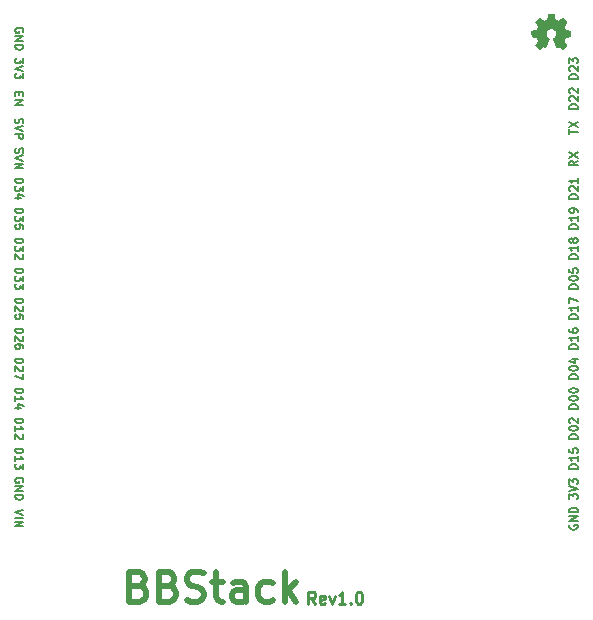
<source format=gto>
G04 #@! TF.FileFunction,Legend,Top*
%FSLAX46Y46*%
G04 Gerber Fmt 4.6, Leading zero omitted, Abs format (unit mm)*
G04 Created by KiCad (PCBNEW 4.0.6-e0-6349~52~ubuntu16.10.1) date Fri Apr 21 00:28:44 2017*
%MOMM*%
%LPD*%
G01*
G04 APERTURE LIST*
%ADD10C,0.100000*%
%ADD11C,0.250000*%
%ADD12C,0.175000*%
%ADD13C,0.500000*%
%ADD14C,0.010000*%
%ADD15R,2.100000X2.100000*%
%ADD16O,2.100000X2.100000*%
G04 APERTURE END LIST*
D10*
D11*
X173036124Y-118968781D02*
X172702790Y-118492590D01*
X172464695Y-118968781D02*
X172464695Y-117968781D01*
X172845648Y-117968781D01*
X172940886Y-118016400D01*
X172988505Y-118064019D01*
X173036124Y-118159257D01*
X173036124Y-118302114D01*
X172988505Y-118397352D01*
X172940886Y-118444971D01*
X172845648Y-118492590D01*
X172464695Y-118492590D01*
X173845648Y-118921162D02*
X173750410Y-118968781D01*
X173559933Y-118968781D01*
X173464695Y-118921162D01*
X173417076Y-118825924D01*
X173417076Y-118444971D01*
X173464695Y-118349733D01*
X173559933Y-118302114D01*
X173750410Y-118302114D01*
X173845648Y-118349733D01*
X173893267Y-118444971D01*
X173893267Y-118540210D01*
X173417076Y-118635448D01*
X174226600Y-118302114D02*
X174464695Y-118968781D01*
X174702791Y-118302114D01*
X175607553Y-118968781D02*
X175036124Y-118968781D01*
X175321838Y-118968781D02*
X175321838Y-117968781D01*
X175226600Y-118111638D01*
X175131362Y-118206876D01*
X175036124Y-118254495D01*
X176036124Y-118873543D02*
X176083743Y-118921162D01*
X176036124Y-118968781D01*
X175988505Y-118921162D01*
X176036124Y-118873543D01*
X176036124Y-118968781D01*
X176702790Y-117968781D02*
X176798029Y-117968781D01*
X176893267Y-118016400D01*
X176940886Y-118064019D01*
X176988505Y-118159257D01*
X177036124Y-118349733D01*
X177036124Y-118587829D01*
X176988505Y-118778305D01*
X176940886Y-118873543D01*
X176893267Y-118921162D01*
X176798029Y-118968781D01*
X176702790Y-118968781D01*
X176607552Y-118921162D01*
X176559933Y-118873543D01*
X176512314Y-118778305D01*
X176464695Y-118587829D01*
X176464695Y-118349733D01*
X176512314Y-118159257D01*
X176559933Y-118064019D01*
X176607552Y-118016400D01*
X176702790Y-117968781D01*
D12*
X195261667Y-81460166D02*
X194928333Y-81693500D01*
X195261667Y-81860166D02*
X194561667Y-81860166D01*
X194561667Y-81593500D01*
X194595000Y-81526833D01*
X194628333Y-81493500D01*
X194695000Y-81460166D01*
X194795000Y-81460166D01*
X194861667Y-81493500D01*
X194895000Y-81526833D01*
X194928333Y-81593500D01*
X194928333Y-81860166D01*
X194561667Y-81226833D02*
X195261667Y-80760166D01*
X194561667Y-80760166D02*
X195261667Y-81226833D01*
X148338333Y-110993334D02*
X147638333Y-111226667D01*
X148338333Y-111460000D01*
X147638333Y-111693334D02*
X148338333Y-111693334D01*
X147638333Y-112026667D02*
X148338333Y-112026667D01*
X147638333Y-112426667D01*
X148338333Y-112426667D01*
X148305000Y-108686667D02*
X148338333Y-108620001D01*
X148338333Y-108520001D01*
X148305000Y-108420001D01*
X148238333Y-108353334D01*
X148171667Y-108320001D01*
X148038333Y-108286667D01*
X147938333Y-108286667D01*
X147805000Y-108320001D01*
X147738333Y-108353334D01*
X147671667Y-108420001D01*
X147638333Y-108520001D01*
X147638333Y-108586667D01*
X147671667Y-108686667D01*
X147705000Y-108720001D01*
X147938333Y-108720001D01*
X147938333Y-108586667D01*
X147638333Y-109020001D02*
X148338333Y-109020001D01*
X147638333Y-109420001D01*
X148338333Y-109420001D01*
X147638333Y-109753334D02*
X148338333Y-109753334D01*
X148338333Y-109920000D01*
X148305000Y-110020000D01*
X148238333Y-110086667D01*
X148171667Y-110120000D01*
X148038333Y-110153334D01*
X147938333Y-110153334D01*
X147805000Y-110120000D01*
X147738333Y-110086667D01*
X147671667Y-110020000D01*
X147638333Y-109920000D01*
X147638333Y-109753334D01*
X147638333Y-105830000D02*
X148338333Y-105830000D01*
X148338333Y-105996666D01*
X148305000Y-106096666D01*
X148238333Y-106163333D01*
X148171667Y-106196666D01*
X148038333Y-106230000D01*
X147938333Y-106230000D01*
X147805000Y-106196666D01*
X147738333Y-106163333D01*
X147671667Y-106096666D01*
X147638333Y-105996666D01*
X147638333Y-105830000D01*
X147638333Y-106896666D02*
X147638333Y-106496666D01*
X147638333Y-106696666D02*
X148338333Y-106696666D01*
X148238333Y-106630000D01*
X148171667Y-106563333D01*
X148138333Y-106496666D01*
X148338333Y-107130000D02*
X148338333Y-107563333D01*
X148071667Y-107330000D01*
X148071667Y-107430000D01*
X148038333Y-107496667D01*
X148005000Y-107530000D01*
X147938333Y-107563333D01*
X147771667Y-107563333D01*
X147705000Y-107530000D01*
X147671667Y-107496667D01*
X147638333Y-107430000D01*
X147638333Y-107230000D01*
X147671667Y-107163333D01*
X147705000Y-107130000D01*
X147638333Y-103290000D02*
X148338333Y-103290000D01*
X148338333Y-103456666D01*
X148305000Y-103556666D01*
X148238333Y-103623333D01*
X148171667Y-103656666D01*
X148038333Y-103690000D01*
X147938333Y-103690000D01*
X147805000Y-103656666D01*
X147738333Y-103623333D01*
X147671667Y-103556666D01*
X147638333Y-103456666D01*
X147638333Y-103290000D01*
X147638333Y-104356666D02*
X147638333Y-103956666D01*
X147638333Y-104156666D02*
X148338333Y-104156666D01*
X148238333Y-104090000D01*
X148171667Y-104023333D01*
X148138333Y-103956666D01*
X148271667Y-104623333D02*
X148305000Y-104656667D01*
X148338333Y-104723333D01*
X148338333Y-104890000D01*
X148305000Y-104956667D01*
X148271667Y-104990000D01*
X148205000Y-105023333D01*
X148138333Y-105023333D01*
X148038333Y-104990000D01*
X147638333Y-104590000D01*
X147638333Y-105023333D01*
X147638333Y-100750000D02*
X148338333Y-100750000D01*
X148338333Y-100916666D01*
X148305000Y-101016666D01*
X148238333Y-101083333D01*
X148171667Y-101116666D01*
X148038333Y-101150000D01*
X147938333Y-101150000D01*
X147805000Y-101116666D01*
X147738333Y-101083333D01*
X147671667Y-101016666D01*
X147638333Y-100916666D01*
X147638333Y-100750000D01*
X147638333Y-101816666D02*
X147638333Y-101416666D01*
X147638333Y-101616666D02*
X148338333Y-101616666D01*
X148238333Y-101550000D01*
X148171667Y-101483333D01*
X148138333Y-101416666D01*
X148105000Y-102416667D02*
X147638333Y-102416667D01*
X148371667Y-102250000D02*
X147871667Y-102083333D01*
X147871667Y-102516667D01*
X147638333Y-95670000D02*
X148338333Y-95670000D01*
X148338333Y-95836666D01*
X148305000Y-95936666D01*
X148238333Y-96003333D01*
X148171667Y-96036666D01*
X148038333Y-96070000D01*
X147938333Y-96070000D01*
X147805000Y-96036666D01*
X147738333Y-96003333D01*
X147671667Y-95936666D01*
X147638333Y-95836666D01*
X147638333Y-95670000D01*
X148271667Y-96336666D02*
X148305000Y-96370000D01*
X148338333Y-96436666D01*
X148338333Y-96603333D01*
X148305000Y-96670000D01*
X148271667Y-96703333D01*
X148205000Y-96736666D01*
X148138333Y-96736666D01*
X148038333Y-96703333D01*
X147638333Y-96303333D01*
X147638333Y-96736666D01*
X148338333Y-97336667D02*
X148338333Y-97203333D01*
X148305000Y-97136667D01*
X148271667Y-97103333D01*
X148171667Y-97036667D01*
X148038333Y-97003333D01*
X147771667Y-97003333D01*
X147705000Y-97036667D01*
X147671667Y-97070000D01*
X147638333Y-97136667D01*
X147638333Y-97270000D01*
X147671667Y-97336667D01*
X147705000Y-97370000D01*
X147771667Y-97403333D01*
X147938333Y-97403333D01*
X148005000Y-97370000D01*
X148038333Y-97336667D01*
X148071667Y-97270000D01*
X148071667Y-97136667D01*
X148038333Y-97070000D01*
X148005000Y-97036667D01*
X147938333Y-97003333D01*
X147638333Y-93130000D02*
X148338333Y-93130000D01*
X148338333Y-93296666D01*
X148305000Y-93396666D01*
X148238333Y-93463333D01*
X148171667Y-93496666D01*
X148038333Y-93530000D01*
X147938333Y-93530000D01*
X147805000Y-93496666D01*
X147738333Y-93463333D01*
X147671667Y-93396666D01*
X147638333Y-93296666D01*
X147638333Y-93130000D01*
X148271667Y-93796666D02*
X148305000Y-93830000D01*
X148338333Y-93896666D01*
X148338333Y-94063333D01*
X148305000Y-94130000D01*
X148271667Y-94163333D01*
X148205000Y-94196666D01*
X148138333Y-94196666D01*
X148038333Y-94163333D01*
X147638333Y-93763333D01*
X147638333Y-94196666D01*
X148338333Y-94830000D02*
X148338333Y-94496667D01*
X148005000Y-94463333D01*
X148038333Y-94496667D01*
X148071667Y-94563333D01*
X148071667Y-94730000D01*
X148038333Y-94796667D01*
X148005000Y-94830000D01*
X147938333Y-94863333D01*
X147771667Y-94863333D01*
X147705000Y-94830000D01*
X147671667Y-94796667D01*
X147638333Y-94730000D01*
X147638333Y-94563333D01*
X147671667Y-94496667D01*
X147705000Y-94463333D01*
X147638333Y-90590000D02*
X148338333Y-90590000D01*
X148338333Y-90756666D01*
X148305000Y-90856666D01*
X148238333Y-90923333D01*
X148171667Y-90956666D01*
X148038333Y-90990000D01*
X147938333Y-90990000D01*
X147805000Y-90956666D01*
X147738333Y-90923333D01*
X147671667Y-90856666D01*
X147638333Y-90756666D01*
X147638333Y-90590000D01*
X148338333Y-91223333D02*
X148338333Y-91656666D01*
X148071667Y-91423333D01*
X148071667Y-91523333D01*
X148038333Y-91590000D01*
X148005000Y-91623333D01*
X147938333Y-91656666D01*
X147771667Y-91656666D01*
X147705000Y-91623333D01*
X147671667Y-91590000D01*
X147638333Y-91523333D01*
X147638333Y-91323333D01*
X147671667Y-91256666D01*
X147705000Y-91223333D01*
X148338333Y-91890000D02*
X148338333Y-92323333D01*
X148071667Y-92090000D01*
X148071667Y-92190000D01*
X148038333Y-92256667D01*
X148005000Y-92290000D01*
X147938333Y-92323333D01*
X147771667Y-92323333D01*
X147705000Y-92290000D01*
X147671667Y-92256667D01*
X147638333Y-92190000D01*
X147638333Y-91990000D01*
X147671667Y-91923333D01*
X147705000Y-91890000D01*
X147638333Y-88050000D02*
X148338333Y-88050000D01*
X148338333Y-88216666D01*
X148305000Y-88316666D01*
X148238333Y-88383333D01*
X148171667Y-88416666D01*
X148038333Y-88450000D01*
X147938333Y-88450000D01*
X147805000Y-88416666D01*
X147738333Y-88383333D01*
X147671667Y-88316666D01*
X147638333Y-88216666D01*
X147638333Y-88050000D01*
X148338333Y-88683333D02*
X148338333Y-89116666D01*
X148071667Y-88883333D01*
X148071667Y-88983333D01*
X148038333Y-89050000D01*
X148005000Y-89083333D01*
X147938333Y-89116666D01*
X147771667Y-89116666D01*
X147705000Y-89083333D01*
X147671667Y-89050000D01*
X147638333Y-88983333D01*
X147638333Y-88783333D01*
X147671667Y-88716666D01*
X147705000Y-88683333D01*
X148271667Y-89383333D02*
X148305000Y-89416667D01*
X148338333Y-89483333D01*
X148338333Y-89650000D01*
X148305000Y-89716667D01*
X148271667Y-89750000D01*
X148205000Y-89783333D01*
X148138333Y-89783333D01*
X148038333Y-89750000D01*
X147638333Y-89350000D01*
X147638333Y-89783333D01*
X147638333Y-85510000D02*
X148338333Y-85510000D01*
X148338333Y-85676666D01*
X148305000Y-85776666D01*
X148238333Y-85843333D01*
X148171667Y-85876666D01*
X148038333Y-85910000D01*
X147938333Y-85910000D01*
X147805000Y-85876666D01*
X147738333Y-85843333D01*
X147671667Y-85776666D01*
X147638333Y-85676666D01*
X147638333Y-85510000D01*
X148338333Y-86143333D02*
X148338333Y-86576666D01*
X148071667Y-86343333D01*
X148071667Y-86443333D01*
X148038333Y-86510000D01*
X148005000Y-86543333D01*
X147938333Y-86576666D01*
X147771667Y-86576666D01*
X147705000Y-86543333D01*
X147671667Y-86510000D01*
X147638333Y-86443333D01*
X147638333Y-86243333D01*
X147671667Y-86176666D01*
X147705000Y-86143333D01*
X148338333Y-87210000D02*
X148338333Y-86876667D01*
X148005000Y-86843333D01*
X148038333Y-86876667D01*
X148071667Y-86943333D01*
X148071667Y-87110000D01*
X148038333Y-87176667D01*
X148005000Y-87210000D01*
X147938333Y-87243333D01*
X147771667Y-87243333D01*
X147705000Y-87210000D01*
X147671667Y-87176667D01*
X147638333Y-87110000D01*
X147638333Y-86943333D01*
X147671667Y-86876667D01*
X147705000Y-86843333D01*
X147638333Y-82970000D02*
X148338333Y-82970000D01*
X148338333Y-83136666D01*
X148305000Y-83236666D01*
X148238333Y-83303333D01*
X148171667Y-83336666D01*
X148038333Y-83370000D01*
X147938333Y-83370000D01*
X147805000Y-83336666D01*
X147738333Y-83303333D01*
X147671667Y-83236666D01*
X147638333Y-83136666D01*
X147638333Y-82970000D01*
X148338333Y-83603333D02*
X148338333Y-84036666D01*
X148071667Y-83803333D01*
X148071667Y-83903333D01*
X148038333Y-83970000D01*
X148005000Y-84003333D01*
X147938333Y-84036666D01*
X147771667Y-84036666D01*
X147705000Y-84003333D01*
X147671667Y-83970000D01*
X147638333Y-83903333D01*
X147638333Y-83703333D01*
X147671667Y-83636666D01*
X147705000Y-83603333D01*
X148105000Y-84636667D02*
X147638333Y-84636667D01*
X148371667Y-84470000D02*
X147871667Y-84303333D01*
X147871667Y-84736667D01*
X147671667Y-80413333D02*
X147638333Y-80513333D01*
X147638333Y-80680000D01*
X147671667Y-80746667D01*
X147705000Y-80780000D01*
X147771667Y-80813333D01*
X147838333Y-80813333D01*
X147905000Y-80780000D01*
X147938333Y-80746667D01*
X147971667Y-80680000D01*
X148005000Y-80546667D01*
X148038333Y-80480000D01*
X148071667Y-80446667D01*
X148138333Y-80413333D01*
X148205000Y-80413333D01*
X148271667Y-80446667D01*
X148305000Y-80480000D01*
X148338333Y-80546667D01*
X148338333Y-80713333D01*
X148305000Y-80813333D01*
X148338333Y-81013334D02*
X147638333Y-81246667D01*
X148338333Y-81480000D01*
X147638333Y-81713334D02*
X148338333Y-81713334D01*
X147638333Y-82113334D01*
X148338333Y-82113334D01*
X147671667Y-77890000D02*
X147638333Y-77990000D01*
X147638333Y-78156667D01*
X147671667Y-78223334D01*
X147705000Y-78256667D01*
X147771667Y-78290000D01*
X147838333Y-78290000D01*
X147905000Y-78256667D01*
X147938333Y-78223334D01*
X147971667Y-78156667D01*
X148005000Y-78023334D01*
X148038333Y-77956667D01*
X148071667Y-77923334D01*
X148138333Y-77890000D01*
X148205000Y-77890000D01*
X148271667Y-77923334D01*
X148305000Y-77956667D01*
X148338333Y-78023334D01*
X148338333Y-78190000D01*
X148305000Y-78290000D01*
X148338333Y-78490001D02*
X147638333Y-78723334D01*
X148338333Y-78956667D01*
X147638333Y-79190001D02*
X148338333Y-79190001D01*
X148338333Y-79456667D01*
X148305000Y-79523334D01*
X148271667Y-79556667D01*
X148205000Y-79590001D01*
X148105000Y-79590001D01*
X148038333Y-79556667D01*
X148005000Y-79523334D01*
X147971667Y-79456667D01*
X147971667Y-79190001D01*
X148005000Y-75683334D02*
X148005000Y-75916667D01*
X147638333Y-76016667D02*
X147638333Y-75683334D01*
X148338333Y-75683334D01*
X148338333Y-76016667D01*
X147638333Y-76316667D02*
X148338333Y-76316667D01*
X147638333Y-76716667D01*
X148338333Y-76716667D01*
X148338333Y-72793333D02*
X148338333Y-73226666D01*
X148071667Y-72993333D01*
X148071667Y-73093333D01*
X148038333Y-73160000D01*
X148005000Y-73193333D01*
X147938333Y-73226666D01*
X147771667Y-73226666D01*
X147705000Y-73193333D01*
X147671667Y-73160000D01*
X147638333Y-73093333D01*
X147638333Y-72893333D01*
X147671667Y-72826666D01*
X147705000Y-72793333D01*
X148338333Y-73426667D02*
X147638333Y-73660000D01*
X148338333Y-73893333D01*
X148338333Y-74060000D02*
X148338333Y-74493333D01*
X148071667Y-74260000D01*
X148071667Y-74360000D01*
X148038333Y-74426667D01*
X148005000Y-74460000D01*
X147938333Y-74493333D01*
X147771667Y-74493333D01*
X147705000Y-74460000D01*
X147671667Y-74426667D01*
X147638333Y-74360000D01*
X147638333Y-74160000D01*
X147671667Y-74093333D01*
X147705000Y-74060000D01*
X148305000Y-70586667D02*
X148338333Y-70520001D01*
X148338333Y-70420001D01*
X148305000Y-70320001D01*
X148238333Y-70253334D01*
X148171667Y-70220001D01*
X148038333Y-70186667D01*
X147938333Y-70186667D01*
X147805000Y-70220001D01*
X147738333Y-70253334D01*
X147671667Y-70320001D01*
X147638333Y-70420001D01*
X147638333Y-70486667D01*
X147671667Y-70586667D01*
X147705000Y-70620001D01*
X147938333Y-70620001D01*
X147938333Y-70486667D01*
X147638333Y-70920001D02*
X148338333Y-70920001D01*
X147638333Y-71320001D01*
X148338333Y-71320001D01*
X147638333Y-71653334D02*
X148338333Y-71653334D01*
X148338333Y-71820000D01*
X148305000Y-71920000D01*
X148238333Y-71986667D01*
X148171667Y-72020000D01*
X148038333Y-72053334D01*
X147938333Y-72053334D01*
X147805000Y-72020000D01*
X147738333Y-71986667D01*
X147671667Y-71920000D01*
X147638333Y-71820000D01*
X147638333Y-71653334D01*
X194561667Y-110086667D02*
X194561667Y-109653334D01*
X194828333Y-109886667D01*
X194828333Y-109786667D01*
X194861667Y-109720000D01*
X194895000Y-109686667D01*
X194961667Y-109653334D01*
X195128333Y-109653334D01*
X195195000Y-109686667D01*
X195228333Y-109720000D01*
X195261667Y-109786667D01*
X195261667Y-109986667D01*
X195228333Y-110053334D01*
X195195000Y-110086667D01*
X194561667Y-109453333D02*
X195261667Y-109220000D01*
X194561667Y-108986667D01*
X194561667Y-108820000D02*
X194561667Y-108386667D01*
X194828333Y-108620000D01*
X194828333Y-108520000D01*
X194861667Y-108453333D01*
X194895000Y-108420000D01*
X194961667Y-108386667D01*
X195128333Y-108386667D01*
X195195000Y-108420000D01*
X195228333Y-108453333D01*
X195261667Y-108520000D01*
X195261667Y-108720000D01*
X195228333Y-108786667D01*
X195195000Y-108820000D01*
X195261667Y-107530000D02*
X194561667Y-107530000D01*
X194561667Y-107363334D01*
X194595000Y-107263334D01*
X194661667Y-107196667D01*
X194728333Y-107163334D01*
X194861667Y-107130000D01*
X194961667Y-107130000D01*
X195095000Y-107163334D01*
X195161667Y-107196667D01*
X195228333Y-107263334D01*
X195261667Y-107363334D01*
X195261667Y-107530000D01*
X195261667Y-106463334D02*
X195261667Y-106863334D01*
X195261667Y-106663334D02*
X194561667Y-106663334D01*
X194661667Y-106730000D01*
X194728333Y-106796667D01*
X194761667Y-106863334D01*
X194561667Y-105830000D02*
X194561667Y-106163333D01*
X194895000Y-106196667D01*
X194861667Y-106163333D01*
X194828333Y-106096667D01*
X194828333Y-105930000D01*
X194861667Y-105863333D01*
X194895000Y-105830000D01*
X194961667Y-105796667D01*
X195128333Y-105796667D01*
X195195000Y-105830000D01*
X195228333Y-105863333D01*
X195261667Y-105930000D01*
X195261667Y-106096667D01*
X195228333Y-106163333D01*
X195195000Y-106196667D01*
X194561667Y-79209833D02*
X194561667Y-78809833D01*
X195261667Y-79009833D02*
X194561667Y-79009833D01*
X194561667Y-78643167D02*
X195261667Y-78176500D01*
X194561667Y-78176500D02*
X195261667Y-78643167D01*
X195261667Y-104990000D02*
X194561667Y-104990000D01*
X194561667Y-104823334D01*
X194595000Y-104723334D01*
X194661667Y-104656667D01*
X194728333Y-104623334D01*
X194861667Y-104590000D01*
X194961667Y-104590000D01*
X195095000Y-104623334D01*
X195161667Y-104656667D01*
X195228333Y-104723334D01*
X195261667Y-104823334D01*
X195261667Y-104990000D01*
X194561667Y-104156667D02*
X194561667Y-104090000D01*
X194595000Y-104023334D01*
X194628333Y-103990000D01*
X194695000Y-103956667D01*
X194828333Y-103923334D01*
X194995000Y-103923334D01*
X195128333Y-103956667D01*
X195195000Y-103990000D01*
X195228333Y-104023334D01*
X195261667Y-104090000D01*
X195261667Y-104156667D01*
X195228333Y-104223334D01*
X195195000Y-104256667D01*
X195128333Y-104290000D01*
X194995000Y-104323334D01*
X194828333Y-104323334D01*
X194695000Y-104290000D01*
X194628333Y-104256667D01*
X194595000Y-104223334D01*
X194561667Y-104156667D01*
X194628333Y-103656667D02*
X194595000Y-103623333D01*
X194561667Y-103556667D01*
X194561667Y-103390000D01*
X194595000Y-103323333D01*
X194628333Y-103290000D01*
X194695000Y-103256667D01*
X194761667Y-103256667D01*
X194861667Y-103290000D01*
X195261667Y-103690000D01*
X195261667Y-103256667D01*
X195261667Y-102450000D02*
X194561667Y-102450000D01*
X194561667Y-102283334D01*
X194595000Y-102183334D01*
X194661667Y-102116667D01*
X194728333Y-102083334D01*
X194861667Y-102050000D01*
X194961667Y-102050000D01*
X195095000Y-102083334D01*
X195161667Y-102116667D01*
X195228333Y-102183334D01*
X195261667Y-102283334D01*
X195261667Y-102450000D01*
X194561667Y-101616667D02*
X194561667Y-101550000D01*
X194595000Y-101483334D01*
X194628333Y-101450000D01*
X194695000Y-101416667D01*
X194828333Y-101383334D01*
X194995000Y-101383334D01*
X195128333Y-101416667D01*
X195195000Y-101450000D01*
X195228333Y-101483334D01*
X195261667Y-101550000D01*
X195261667Y-101616667D01*
X195228333Y-101683334D01*
X195195000Y-101716667D01*
X195128333Y-101750000D01*
X194995000Y-101783334D01*
X194828333Y-101783334D01*
X194695000Y-101750000D01*
X194628333Y-101716667D01*
X194595000Y-101683334D01*
X194561667Y-101616667D01*
X194561667Y-100950000D02*
X194561667Y-100883333D01*
X194595000Y-100816667D01*
X194628333Y-100783333D01*
X194695000Y-100750000D01*
X194828333Y-100716667D01*
X194995000Y-100716667D01*
X195128333Y-100750000D01*
X195195000Y-100783333D01*
X195228333Y-100816667D01*
X195261667Y-100883333D01*
X195261667Y-100950000D01*
X195228333Y-101016667D01*
X195195000Y-101050000D01*
X195128333Y-101083333D01*
X194995000Y-101116667D01*
X194828333Y-101116667D01*
X194695000Y-101083333D01*
X194628333Y-101050000D01*
X194595000Y-101016667D01*
X194561667Y-100950000D01*
X195261667Y-99910000D02*
X194561667Y-99910000D01*
X194561667Y-99743334D01*
X194595000Y-99643334D01*
X194661667Y-99576667D01*
X194728333Y-99543334D01*
X194861667Y-99510000D01*
X194961667Y-99510000D01*
X195095000Y-99543334D01*
X195161667Y-99576667D01*
X195228333Y-99643334D01*
X195261667Y-99743334D01*
X195261667Y-99910000D01*
X194561667Y-99076667D02*
X194561667Y-99010000D01*
X194595000Y-98943334D01*
X194628333Y-98910000D01*
X194695000Y-98876667D01*
X194828333Y-98843334D01*
X194995000Y-98843334D01*
X195128333Y-98876667D01*
X195195000Y-98910000D01*
X195228333Y-98943334D01*
X195261667Y-99010000D01*
X195261667Y-99076667D01*
X195228333Y-99143334D01*
X195195000Y-99176667D01*
X195128333Y-99210000D01*
X194995000Y-99243334D01*
X194828333Y-99243334D01*
X194695000Y-99210000D01*
X194628333Y-99176667D01*
X194595000Y-99143334D01*
X194561667Y-99076667D01*
X194795000Y-98243333D02*
X195261667Y-98243333D01*
X194528333Y-98410000D02*
X195028333Y-98576667D01*
X195028333Y-98143333D01*
X195261667Y-97370000D02*
X194561667Y-97370000D01*
X194561667Y-97203334D01*
X194595000Y-97103334D01*
X194661667Y-97036667D01*
X194728333Y-97003334D01*
X194861667Y-96970000D01*
X194961667Y-96970000D01*
X195095000Y-97003334D01*
X195161667Y-97036667D01*
X195228333Y-97103334D01*
X195261667Y-97203334D01*
X195261667Y-97370000D01*
X195261667Y-96303334D02*
X195261667Y-96703334D01*
X195261667Y-96503334D02*
X194561667Y-96503334D01*
X194661667Y-96570000D01*
X194728333Y-96636667D01*
X194761667Y-96703334D01*
X194561667Y-95703333D02*
X194561667Y-95836667D01*
X194595000Y-95903333D01*
X194628333Y-95936667D01*
X194728333Y-96003333D01*
X194861667Y-96036667D01*
X195128333Y-96036667D01*
X195195000Y-96003333D01*
X195228333Y-95970000D01*
X195261667Y-95903333D01*
X195261667Y-95770000D01*
X195228333Y-95703333D01*
X195195000Y-95670000D01*
X195128333Y-95636667D01*
X194961667Y-95636667D01*
X194895000Y-95670000D01*
X194861667Y-95703333D01*
X194828333Y-95770000D01*
X194828333Y-95903333D01*
X194861667Y-95970000D01*
X194895000Y-96003333D01*
X194961667Y-96036667D01*
X195261667Y-94830000D02*
X194561667Y-94830000D01*
X194561667Y-94663334D01*
X194595000Y-94563334D01*
X194661667Y-94496667D01*
X194728333Y-94463334D01*
X194861667Y-94430000D01*
X194961667Y-94430000D01*
X195095000Y-94463334D01*
X195161667Y-94496667D01*
X195228333Y-94563334D01*
X195261667Y-94663334D01*
X195261667Y-94830000D01*
X195261667Y-93763334D02*
X195261667Y-94163334D01*
X195261667Y-93963334D02*
X194561667Y-93963334D01*
X194661667Y-94030000D01*
X194728333Y-94096667D01*
X194761667Y-94163334D01*
X194561667Y-93530000D02*
X194561667Y-93063333D01*
X195261667Y-93363333D01*
X195261667Y-92290000D02*
X194561667Y-92290000D01*
X194561667Y-92123334D01*
X194595000Y-92023334D01*
X194661667Y-91956667D01*
X194728333Y-91923334D01*
X194861667Y-91890000D01*
X194961667Y-91890000D01*
X195095000Y-91923334D01*
X195161667Y-91956667D01*
X195228333Y-92023334D01*
X195261667Y-92123334D01*
X195261667Y-92290000D01*
X194561667Y-91456667D02*
X194561667Y-91390000D01*
X194595000Y-91323334D01*
X194628333Y-91290000D01*
X194695000Y-91256667D01*
X194828333Y-91223334D01*
X194995000Y-91223334D01*
X195128333Y-91256667D01*
X195195000Y-91290000D01*
X195228333Y-91323334D01*
X195261667Y-91390000D01*
X195261667Y-91456667D01*
X195228333Y-91523334D01*
X195195000Y-91556667D01*
X195128333Y-91590000D01*
X194995000Y-91623334D01*
X194828333Y-91623334D01*
X194695000Y-91590000D01*
X194628333Y-91556667D01*
X194595000Y-91523334D01*
X194561667Y-91456667D01*
X194561667Y-90590000D02*
X194561667Y-90923333D01*
X194895000Y-90956667D01*
X194861667Y-90923333D01*
X194828333Y-90856667D01*
X194828333Y-90690000D01*
X194861667Y-90623333D01*
X194895000Y-90590000D01*
X194961667Y-90556667D01*
X195128333Y-90556667D01*
X195195000Y-90590000D01*
X195228333Y-90623333D01*
X195261667Y-90690000D01*
X195261667Y-90856667D01*
X195228333Y-90923333D01*
X195195000Y-90956667D01*
X195261667Y-89750000D02*
X194561667Y-89750000D01*
X194561667Y-89583334D01*
X194595000Y-89483334D01*
X194661667Y-89416667D01*
X194728333Y-89383334D01*
X194861667Y-89350000D01*
X194961667Y-89350000D01*
X195095000Y-89383334D01*
X195161667Y-89416667D01*
X195228333Y-89483334D01*
X195261667Y-89583334D01*
X195261667Y-89750000D01*
X195261667Y-88683334D02*
X195261667Y-89083334D01*
X195261667Y-88883334D02*
X194561667Y-88883334D01*
X194661667Y-88950000D01*
X194728333Y-89016667D01*
X194761667Y-89083334D01*
X194861667Y-88283333D02*
X194828333Y-88350000D01*
X194795000Y-88383333D01*
X194728333Y-88416667D01*
X194695000Y-88416667D01*
X194628333Y-88383333D01*
X194595000Y-88350000D01*
X194561667Y-88283333D01*
X194561667Y-88150000D01*
X194595000Y-88083333D01*
X194628333Y-88050000D01*
X194695000Y-88016667D01*
X194728333Y-88016667D01*
X194795000Y-88050000D01*
X194828333Y-88083333D01*
X194861667Y-88150000D01*
X194861667Y-88283333D01*
X194895000Y-88350000D01*
X194928333Y-88383333D01*
X194995000Y-88416667D01*
X195128333Y-88416667D01*
X195195000Y-88383333D01*
X195228333Y-88350000D01*
X195261667Y-88283333D01*
X195261667Y-88150000D01*
X195228333Y-88083333D01*
X195195000Y-88050000D01*
X195128333Y-88016667D01*
X194995000Y-88016667D01*
X194928333Y-88050000D01*
X194895000Y-88083333D01*
X194861667Y-88150000D01*
X195261667Y-87210000D02*
X194561667Y-87210000D01*
X194561667Y-87043334D01*
X194595000Y-86943334D01*
X194661667Y-86876667D01*
X194728333Y-86843334D01*
X194861667Y-86810000D01*
X194961667Y-86810000D01*
X195095000Y-86843334D01*
X195161667Y-86876667D01*
X195228333Y-86943334D01*
X195261667Y-87043334D01*
X195261667Y-87210000D01*
X195261667Y-86143334D02*
X195261667Y-86543334D01*
X195261667Y-86343334D02*
X194561667Y-86343334D01*
X194661667Y-86410000D01*
X194728333Y-86476667D01*
X194761667Y-86543334D01*
X195261667Y-85810000D02*
X195261667Y-85676667D01*
X195228333Y-85610000D01*
X195195000Y-85576667D01*
X195095000Y-85510000D01*
X194961667Y-85476667D01*
X194695000Y-85476667D01*
X194628333Y-85510000D01*
X194595000Y-85543333D01*
X194561667Y-85610000D01*
X194561667Y-85743333D01*
X194595000Y-85810000D01*
X194628333Y-85843333D01*
X194695000Y-85876667D01*
X194861667Y-85876667D01*
X194928333Y-85843333D01*
X194961667Y-85810000D01*
X194995000Y-85743333D01*
X194995000Y-85610000D01*
X194961667Y-85543333D01*
X194928333Y-85510000D01*
X194861667Y-85476667D01*
X195261667Y-84670000D02*
X194561667Y-84670000D01*
X194561667Y-84503334D01*
X194595000Y-84403334D01*
X194661667Y-84336667D01*
X194728333Y-84303334D01*
X194861667Y-84270000D01*
X194961667Y-84270000D01*
X195095000Y-84303334D01*
X195161667Y-84336667D01*
X195228333Y-84403334D01*
X195261667Y-84503334D01*
X195261667Y-84670000D01*
X194628333Y-84003334D02*
X194595000Y-83970000D01*
X194561667Y-83903334D01*
X194561667Y-83736667D01*
X194595000Y-83670000D01*
X194628333Y-83636667D01*
X194695000Y-83603334D01*
X194761667Y-83603334D01*
X194861667Y-83636667D01*
X195261667Y-84036667D01*
X195261667Y-83603334D01*
X195261667Y-82936667D02*
X195261667Y-83336667D01*
X195261667Y-83136667D02*
X194561667Y-83136667D01*
X194661667Y-83203333D01*
X194728333Y-83270000D01*
X194761667Y-83336667D01*
X195261667Y-77050000D02*
X194561667Y-77050000D01*
X194561667Y-76883334D01*
X194595000Y-76783334D01*
X194661667Y-76716667D01*
X194728333Y-76683334D01*
X194861667Y-76650000D01*
X194961667Y-76650000D01*
X195095000Y-76683334D01*
X195161667Y-76716667D01*
X195228333Y-76783334D01*
X195261667Y-76883334D01*
X195261667Y-77050000D01*
X194628333Y-76383334D02*
X194595000Y-76350000D01*
X194561667Y-76283334D01*
X194561667Y-76116667D01*
X194595000Y-76050000D01*
X194628333Y-76016667D01*
X194695000Y-75983334D01*
X194761667Y-75983334D01*
X194861667Y-76016667D01*
X195261667Y-76416667D01*
X195261667Y-75983334D01*
X194628333Y-75716667D02*
X194595000Y-75683333D01*
X194561667Y-75616667D01*
X194561667Y-75450000D01*
X194595000Y-75383333D01*
X194628333Y-75350000D01*
X194695000Y-75316667D01*
X194761667Y-75316667D01*
X194861667Y-75350000D01*
X195261667Y-75750000D01*
X195261667Y-75316667D01*
X195261667Y-74510000D02*
X194561667Y-74510000D01*
X194561667Y-74343334D01*
X194595000Y-74243334D01*
X194661667Y-74176667D01*
X194728333Y-74143334D01*
X194861667Y-74110000D01*
X194961667Y-74110000D01*
X195095000Y-74143334D01*
X195161667Y-74176667D01*
X195228333Y-74243334D01*
X195261667Y-74343334D01*
X195261667Y-74510000D01*
X194628333Y-73843334D02*
X194595000Y-73810000D01*
X194561667Y-73743334D01*
X194561667Y-73576667D01*
X194595000Y-73510000D01*
X194628333Y-73476667D01*
X194695000Y-73443334D01*
X194761667Y-73443334D01*
X194861667Y-73476667D01*
X195261667Y-73876667D01*
X195261667Y-73443334D01*
X194561667Y-73210000D02*
X194561667Y-72776667D01*
X194828333Y-73010000D01*
X194828333Y-72910000D01*
X194861667Y-72843333D01*
X194895000Y-72810000D01*
X194961667Y-72776667D01*
X195128333Y-72776667D01*
X195195000Y-72810000D01*
X195228333Y-72843333D01*
X195261667Y-72910000D01*
X195261667Y-73110000D01*
X195228333Y-73176667D01*
X195195000Y-73210000D01*
X194595000Y-112293333D02*
X194561667Y-112359999D01*
X194561667Y-112459999D01*
X194595000Y-112559999D01*
X194661667Y-112626666D01*
X194728333Y-112659999D01*
X194861667Y-112693333D01*
X194961667Y-112693333D01*
X195095000Y-112659999D01*
X195161667Y-112626666D01*
X195228333Y-112559999D01*
X195261667Y-112459999D01*
X195261667Y-112393333D01*
X195228333Y-112293333D01*
X195195000Y-112259999D01*
X194961667Y-112259999D01*
X194961667Y-112393333D01*
X195261667Y-111959999D02*
X194561667Y-111959999D01*
X195261667Y-111559999D01*
X194561667Y-111559999D01*
X195261667Y-111226666D02*
X194561667Y-111226666D01*
X194561667Y-111060000D01*
X194595000Y-110960000D01*
X194661667Y-110893333D01*
X194728333Y-110860000D01*
X194861667Y-110826666D01*
X194961667Y-110826666D01*
X195095000Y-110860000D01*
X195161667Y-110893333D01*
X195228333Y-110960000D01*
X195261667Y-111060000D01*
X195261667Y-111226666D01*
D13*
X158122124Y-117474229D02*
X158479267Y-117593276D01*
X158598315Y-117712324D01*
X158717363Y-117950419D01*
X158717363Y-118307562D01*
X158598315Y-118545657D01*
X158479267Y-118664705D01*
X158241172Y-118783752D01*
X157288791Y-118783752D01*
X157288791Y-116283752D01*
X158122124Y-116283752D01*
X158360220Y-116402800D01*
X158479267Y-116521848D01*
X158598315Y-116759943D01*
X158598315Y-116998038D01*
X158479267Y-117236133D01*
X158360220Y-117355181D01*
X158122124Y-117474229D01*
X157288791Y-117474229D01*
X160622124Y-117474229D02*
X160979267Y-117593276D01*
X161098315Y-117712324D01*
X161217363Y-117950419D01*
X161217363Y-118307562D01*
X161098315Y-118545657D01*
X160979267Y-118664705D01*
X160741172Y-118783752D01*
X159788791Y-118783752D01*
X159788791Y-116283752D01*
X160622124Y-116283752D01*
X160860220Y-116402800D01*
X160979267Y-116521848D01*
X161098315Y-116759943D01*
X161098315Y-116998038D01*
X160979267Y-117236133D01*
X160860220Y-117355181D01*
X160622124Y-117474229D01*
X159788791Y-117474229D01*
X162169743Y-118664705D02*
X162526886Y-118783752D01*
X163122124Y-118783752D01*
X163360220Y-118664705D01*
X163479267Y-118545657D01*
X163598315Y-118307562D01*
X163598315Y-118069467D01*
X163479267Y-117831371D01*
X163360220Y-117712324D01*
X163122124Y-117593276D01*
X162645934Y-117474229D01*
X162407839Y-117355181D01*
X162288791Y-117236133D01*
X162169743Y-116998038D01*
X162169743Y-116759943D01*
X162288791Y-116521848D01*
X162407839Y-116402800D01*
X162645934Y-116283752D01*
X163241172Y-116283752D01*
X163598315Y-116402800D01*
X164312600Y-117117086D02*
X165264981Y-117117086D01*
X164669743Y-116283752D02*
X164669743Y-118426610D01*
X164788791Y-118664705D01*
X165026886Y-118783752D01*
X165264981Y-118783752D01*
X167169743Y-118783752D02*
X167169743Y-117474229D01*
X167050695Y-117236133D01*
X166812600Y-117117086D01*
X166336409Y-117117086D01*
X166098314Y-117236133D01*
X167169743Y-118664705D02*
X166931647Y-118783752D01*
X166336409Y-118783752D01*
X166098314Y-118664705D01*
X165979266Y-118426610D01*
X165979266Y-118188514D01*
X166098314Y-117950419D01*
X166336409Y-117831371D01*
X166931647Y-117831371D01*
X167169743Y-117712324D01*
X169431648Y-118664705D02*
X169193552Y-118783752D01*
X168717362Y-118783752D01*
X168479267Y-118664705D01*
X168360219Y-118545657D01*
X168241171Y-118307562D01*
X168241171Y-117593276D01*
X168360219Y-117355181D01*
X168479267Y-117236133D01*
X168717362Y-117117086D01*
X169193552Y-117117086D01*
X169431648Y-117236133D01*
X170503076Y-118783752D02*
X170503076Y-116283752D01*
X170741171Y-117831371D02*
X171455457Y-118783752D01*
X171455457Y-117117086D02*
X170503076Y-118069467D01*
D12*
X147638333Y-98210000D02*
X148338333Y-98210000D01*
X148338333Y-98376666D01*
X148305000Y-98476666D01*
X148238333Y-98543333D01*
X148171667Y-98576666D01*
X148038333Y-98610000D01*
X147938333Y-98610000D01*
X147805000Y-98576666D01*
X147738333Y-98543333D01*
X147671667Y-98476666D01*
X147638333Y-98376666D01*
X147638333Y-98210000D01*
X148271667Y-98876666D02*
X148305000Y-98910000D01*
X148338333Y-98976666D01*
X148338333Y-99143333D01*
X148305000Y-99210000D01*
X148271667Y-99243333D01*
X148205000Y-99276666D01*
X148138333Y-99276666D01*
X148038333Y-99243333D01*
X147638333Y-98843333D01*
X147638333Y-99276666D01*
X148338333Y-99510000D02*
X148338333Y-99976667D01*
X147638333Y-99676667D01*
D14*
G36*
X193264825Y-69270217D02*
X193276970Y-69335271D01*
X193288435Y-69393576D01*
X193298427Y-69441336D01*
X193306155Y-69474752D01*
X193310679Y-69489761D01*
X193324174Y-69500572D01*
X193353834Y-69516589D01*
X193395027Y-69535929D01*
X193443118Y-69556706D01*
X193493473Y-69577038D01*
X193541459Y-69595041D01*
X193582442Y-69608829D01*
X193611788Y-69616521D01*
X193623728Y-69617035D01*
X193637714Y-69608998D01*
X193666591Y-69590508D01*
X193707107Y-69563712D01*
X193756012Y-69530755D01*
X193803203Y-69498503D01*
X193856679Y-69461966D01*
X193904502Y-69429744D01*
X193943453Y-69403971D01*
X193970312Y-69386781D01*
X193981388Y-69380447D01*
X193993531Y-69386089D01*
X194017806Y-69405035D01*
X194051305Y-69434410D01*
X194091121Y-69471343D01*
X194134348Y-69512960D01*
X194178077Y-69556388D01*
X194219402Y-69598755D01*
X194255415Y-69637186D01*
X194283209Y-69668810D01*
X194299878Y-69690753D01*
X194303374Y-69698644D01*
X194297380Y-69712921D01*
X194280717Y-69742113D01*
X194255362Y-69783030D01*
X194223290Y-69832478D01*
X194187418Y-69885891D01*
X194150755Y-69940318D01*
X194118860Y-69989024D01*
X194093702Y-70028891D01*
X194077247Y-70056804D01*
X194071461Y-70069573D01*
X194075711Y-70084536D01*
X194087147Y-70114988D01*
X194103792Y-70156316D01*
X194123675Y-70203911D01*
X194144819Y-70253161D01*
X194165253Y-70299456D01*
X194183000Y-70338185D01*
X194196088Y-70364738D01*
X194201829Y-70374068D01*
X194213879Y-70377841D01*
X194243559Y-70384865D01*
X194286791Y-70394322D01*
X194339497Y-70405392D01*
X194397597Y-70417256D01*
X194457015Y-70429096D01*
X194513671Y-70440093D01*
X194563488Y-70449428D01*
X194602385Y-70456282D01*
X194626287Y-70459836D01*
X194630601Y-70460152D01*
X194632915Y-70470528D01*
X194634464Y-70499022D01*
X194635310Y-70541678D01*
X194635512Y-70594541D01*
X194635130Y-70653658D01*
X194634223Y-70715073D01*
X194632852Y-70774831D01*
X194631075Y-70828978D01*
X194628953Y-70873559D01*
X194626545Y-70904620D01*
X194623912Y-70918206D01*
X194623680Y-70918429D01*
X194609715Y-70922579D01*
X194577727Y-70929911D01*
X194531422Y-70939644D01*
X194474506Y-70950995D01*
X194418555Y-70961708D01*
X194354076Y-70974513D01*
X194297277Y-70987101D01*
X194251840Y-70998555D01*
X194221444Y-71007959D01*
X194210287Y-71013540D01*
X194201251Y-71029096D01*
X194186518Y-71060566D01*
X194167983Y-71103256D01*
X194147536Y-71152471D01*
X194127072Y-71203513D01*
X194108482Y-71251688D01*
X194093659Y-71292301D01*
X194084496Y-71320654D01*
X194082463Y-71330671D01*
X194088495Y-71344153D01*
X194105201Y-71372462D01*
X194130535Y-71412366D01*
X194162456Y-71460633D01*
X194192939Y-71505383D01*
X194228883Y-71558502D01*
X194259935Y-71606345D01*
X194284040Y-71645585D01*
X194299145Y-71672897D01*
X194303374Y-71684143D01*
X194295929Y-71696540D01*
X194275535Y-71721261D01*
X194245100Y-71755316D01*
X194207536Y-71795711D01*
X194165751Y-71839455D01*
X194122655Y-71883556D01*
X194081159Y-71925022D01*
X194044172Y-71960860D01*
X194014603Y-71988078D01*
X193995363Y-72003685D01*
X193990135Y-72006239D01*
X193978382Y-72000279D01*
X193951689Y-71983776D01*
X193913249Y-71958796D01*
X193866255Y-71927406D01*
X193827493Y-71901020D01*
X193775384Y-71865582D01*
X193728684Y-71834399D01*
X193690821Y-71809716D01*
X193665223Y-71793775D01*
X193656340Y-71788983D01*
X193638145Y-71790241D01*
X193606669Y-71799997D01*
X193568087Y-71816290D01*
X193563461Y-71818500D01*
X193525274Y-71835309D01*
X193493554Y-71846258D01*
X193474399Y-71849293D01*
X193473015Y-71848950D01*
X193466390Y-71838214D01*
X193452548Y-71809904D01*
X193432705Y-71766858D01*
X193408077Y-71711915D01*
X193379878Y-71647916D01*
X193349326Y-71577699D01*
X193317635Y-71504104D01*
X193286021Y-71429969D01*
X193255700Y-71358135D01*
X193227887Y-71291440D01*
X193203798Y-71232724D01*
X193184649Y-71184825D01*
X193171655Y-71150584D01*
X193166031Y-71132839D01*
X193165896Y-71131635D01*
X193174169Y-71122450D01*
X193196260Y-71103733D01*
X193228077Y-71078880D01*
X193242773Y-71067860D01*
X193319737Y-70998735D01*
X193378324Y-70920668D01*
X193418354Y-70836151D01*
X193439647Y-70747675D01*
X193442023Y-70657732D01*
X193425304Y-70568813D01*
X193389308Y-70483409D01*
X193333858Y-70404013D01*
X193293621Y-70362532D01*
X193217460Y-70305886D01*
X193135648Y-70268695D01*
X193050648Y-70249872D01*
X192964926Y-70248329D01*
X192880944Y-70262978D01*
X192801167Y-70292733D01*
X192728059Y-70336506D01*
X192664084Y-70393210D01*
X192611706Y-70461757D01*
X192573389Y-70541061D01*
X192551598Y-70630034D01*
X192547461Y-70691789D01*
X192557901Y-70790712D01*
X192589007Y-70882144D01*
X192640459Y-70965483D01*
X192711937Y-71040124D01*
X192746671Y-71067860D01*
X192781259Y-71094231D01*
X192807776Y-71115838D01*
X192822129Y-71129286D01*
X192823548Y-71131635D01*
X192819346Y-71146253D01*
X192807553Y-71177858D01*
X192789383Y-71223611D01*
X192766055Y-71280672D01*
X192738785Y-71346202D01*
X192708789Y-71417362D01*
X192677285Y-71491312D01*
X192645488Y-71565214D01*
X192614616Y-71636227D01*
X192585885Y-71701512D01*
X192560511Y-71758231D01*
X192539713Y-71803543D01*
X192524705Y-71834609D01*
X192516705Y-71848591D01*
X192516124Y-71849067D01*
X192499377Y-71847262D01*
X192469043Y-71837081D01*
X192431004Y-71820580D01*
X192421820Y-71816125D01*
X192343157Y-71777181D01*
X192175754Y-71891710D01*
X192122077Y-71928097D01*
X192074497Y-71959715D01*
X192036058Y-71984592D01*
X192009809Y-72000754D01*
X191998910Y-72006239D01*
X191988536Y-71998768D01*
X191965211Y-71977954D01*
X191931476Y-71946194D01*
X191889874Y-71905887D01*
X191842947Y-71859430D01*
X191837770Y-71854248D01*
X191790746Y-71806223D01*
X191749653Y-71762516D01*
X191716909Y-71725840D01*
X191694929Y-71698912D01*
X191686132Y-71684445D01*
X191686070Y-71683852D01*
X191692109Y-71669109D01*
X191708858Y-71639660D01*
X191734262Y-71598822D01*
X191766267Y-71549915D01*
X191796505Y-71505383D01*
X191832386Y-71452582D01*
X191863402Y-71405422D01*
X191887509Y-71367135D01*
X191902664Y-71340954D01*
X191906980Y-71330671D01*
X191902882Y-71313638D01*
X191891804Y-71281073D01*
X191875640Y-71237673D01*
X191856282Y-71188133D01*
X191835623Y-71137149D01*
X191815556Y-71089416D01*
X191797973Y-71049630D01*
X191784766Y-71022486D01*
X191779157Y-71013540D01*
X191763997Y-71006526D01*
X191730748Y-70996703D01*
X191683091Y-70984988D01*
X191624707Y-70972298D01*
X191570889Y-70961708D01*
X191507697Y-70949579D01*
X191451855Y-70938379D01*
X191407066Y-70928893D01*
X191377038Y-70921900D01*
X191365764Y-70918429D01*
X191363114Y-70906511D01*
X191360685Y-70876782D01*
X191358537Y-70833196D01*
X191356728Y-70779709D01*
X191355320Y-70720274D01*
X191354371Y-70658846D01*
X191353942Y-70599381D01*
X191354092Y-70545832D01*
X191354881Y-70502154D01*
X191356369Y-70472302D01*
X191358615Y-70460231D01*
X191358842Y-70460152D01*
X191375943Y-70458073D01*
X191409597Y-70452382D01*
X191455727Y-70443897D01*
X191510253Y-70433438D01*
X191569098Y-70421823D01*
X191628183Y-70409872D01*
X191683429Y-70398402D01*
X191730759Y-70388233D01*
X191766094Y-70380183D01*
X191785355Y-70375072D01*
X191787615Y-70374068D01*
X191795636Y-70360370D01*
X191809873Y-70330859D01*
X191828353Y-70290146D01*
X191849101Y-70242842D01*
X191870144Y-70193557D01*
X191889506Y-70146903D01*
X191905215Y-70107489D01*
X191915296Y-70079927D01*
X191917983Y-70069573D01*
X191912008Y-70056459D01*
X191895394Y-70028325D01*
X191870110Y-69988288D01*
X191838121Y-69939463D01*
X191802026Y-69885891D01*
X191765308Y-69831196D01*
X191733376Y-69781918D01*
X191708209Y-69741249D01*
X191691782Y-69712382D01*
X191686070Y-69698644D01*
X191693583Y-69684861D01*
X191714185Y-69659458D01*
X191744969Y-69625308D01*
X191783026Y-69585283D01*
X191825451Y-69542256D01*
X191869336Y-69499102D01*
X191911773Y-69458691D01*
X191949856Y-69423899D01*
X191980677Y-69397597D01*
X192001329Y-69382658D01*
X192008056Y-69380447D01*
X192021609Y-69388320D01*
X192050089Y-69406652D01*
X192090274Y-69433311D01*
X192138945Y-69466163D01*
X192186240Y-69498503D01*
X192239825Y-69535092D01*
X192287868Y-69567403D01*
X192327121Y-69593289D01*
X192354332Y-69610602D01*
X192365716Y-69617035D01*
X192382521Y-69615528D01*
X192414642Y-69606427D01*
X192457446Y-69591616D01*
X192506299Y-69572980D01*
X192556567Y-69552402D01*
X192603616Y-69531767D01*
X192642813Y-69512957D01*
X192669523Y-69497858D01*
X192678765Y-69489761D01*
X192683600Y-69473518D01*
X192691456Y-69439318D01*
X192701538Y-69390958D01*
X192713055Y-69332237D01*
X192724619Y-69270217D01*
X192761288Y-69068674D01*
X193228156Y-69068674D01*
X193264825Y-69270217D01*
X193264825Y-69270217D01*
G37*
X193264825Y-69270217D02*
X193276970Y-69335271D01*
X193288435Y-69393576D01*
X193298427Y-69441336D01*
X193306155Y-69474752D01*
X193310679Y-69489761D01*
X193324174Y-69500572D01*
X193353834Y-69516589D01*
X193395027Y-69535929D01*
X193443118Y-69556706D01*
X193493473Y-69577038D01*
X193541459Y-69595041D01*
X193582442Y-69608829D01*
X193611788Y-69616521D01*
X193623728Y-69617035D01*
X193637714Y-69608998D01*
X193666591Y-69590508D01*
X193707107Y-69563712D01*
X193756012Y-69530755D01*
X193803203Y-69498503D01*
X193856679Y-69461966D01*
X193904502Y-69429744D01*
X193943453Y-69403971D01*
X193970312Y-69386781D01*
X193981388Y-69380447D01*
X193993531Y-69386089D01*
X194017806Y-69405035D01*
X194051305Y-69434410D01*
X194091121Y-69471343D01*
X194134348Y-69512960D01*
X194178077Y-69556388D01*
X194219402Y-69598755D01*
X194255415Y-69637186D01*
X194283209Y-69668810D01*
X194299878Y-69690753D01*
X194303374Y-69698644D01*
X194297380Y-69712921D01*
X194280717Y-69742113D01*
X194255362Y-69783030D01*
X194223290Y-69832478D01*
X194187418Y-69885891D01*
X194150755Y-69940318D01*
X194118860Y-69989024D01*
X194093702Y-70028891D01*
X194077247Y-70056804D01*
X194071461Y-70069573D01*
X194075711Y-70084536D01*
X194087147Y-70114988D01*
X194103792Y-70156316D01*
X194123675Y-70203911D01*
X194144819Y-70253161D01*
X194165253Y-70299456D01*
X194183000Y-70338185D01*
X194196088Y-70364738D01*
X194201829Y-70374068D01*
X194213879Y-70377841D01*
X194243559Y-70384865D01*
X194286791Y-70394322D01*
X194339497Y-70405392D01*
X194397597Y-70417256D01*
X194457015Y-70429096D01*
X194513671Y-70440093D01*
X194563488Y-70449428D01*
X194602385Y-70456282D01*
X194626287Y-70459836D01*
X194630601Y-70460152D01*
X194632915Y-70470528D01*
X194634464Y-70499022D01*
X194635310Y-70541678D01*
X194635512Y-70594541D01*
X194635130Y-70653658D01*
X194634223Y-70715073D01*
X194632852Y-70774831D01*
X194631075Y-70828978D01*
X194628953Y-70873559D01*
X194626545Y-70904620D01*
X194623912Y-70918206D01*
X194623680Y-70918429D01*
X194609715Y-70922579D01*
X194577727Y-70929911D01*
X194531422Y-70939644D01*
X194474506Y-70950995D01*
X194418555Y-70961708D01*
X194354076Y-70974513D01*
X194297277Y-70987101D01*
X194251840Y-70998555D01*
X194221444Y-71007959D01*
X194210287Y-71013540D01*
X194201251Y-71029096D01*
X194186518Y-71060566D01*
X194167983Y-71103256D01*
X194147536Y-71152471D01*
X194127072Y-71203513D01*
X194108482Y-71251688D01*
X194093659Y-71292301D01*
X194084496Y-71320654D01*
X194082463Y-71330671D01*
X194088495Y-71344153D01*
X194105201Y-71372462D01*
X194130535Y-71412366D01*
X194162456Y-71460633D01*
X194192939Y-71505383D01*
X194228883Y-71558502D01*
X194259935Y-71606345D01*
X194284040Y-71645585D01*
X194299145Y-71672897D01*
X194303374Y-71684143D01*
X194295929Y-71696540D01*
X194275535Y-71721261D01*
X194245100Y-71755316D01*
X194207536Y-71795711D01*
X194165751Y-71839455D01*
X194122655Y-71883556D01*
X194081159Y-71925022D01*
X194044172Y-71960860D01*
X194014603Y-71988078D01*
X193995363Y-72003685D01*
X193990135Y-72006239D01*
X193978382Y-72000279D01*
X193951689Y-71983776D01*
X193913249Y-71958796D01*
X193866255Y-71927406D01*
X193827493Y-71901020D01*
X193775384Y-71865582D01*
X193728684Y-71834399D01*
X193690821Y-71809716D01*
X193665223Y-71793775D01*
X193656340Y-71788983D01*
X193638145Y-71790241D01*
X193606669Y-71799997D01*
X193568087Y-71816290D01*
X193563461Y-71818500D01*
X193525274Y-71835309D01*
X193493554Y-71846258D01*
X193474399Y-71849293D01*
X193473015Y-71848950D01*
X193466390Y-71838214D01*
X193452548Y-71809904D01*
X193432705Y-71766858D01*
X193408077Y-71711915D01*
X193379878Y-71647916D01*
X193349326Y-71577699D01*
X193317635Y-71504104D01*
X193286021Y-71429969D01*
X193255700Y-71358135D01*
X193227887Y-71291440D01*
X193203798Y-71232724D01*
X193184649Y-71184825D01*
X193171655Y-71150584D01*
X193166031Y-71132839D01*
X193165896Y-71131635D01*
X193174169Y-71122450D01*
X193196260Y-71103733D01*
X193228077Y-71078880D01*
X193242773Y-71067860D01*
X193319737Y-70998735D01*
X193378324Y-70920668D01*
X193418354Y-70836151D01*
X193439647Y-70747675D01*
X193442023Y-70657732D01*
X193425304Y-70568813D01*
X193389308Y-70483409D01*
X193333858Y-70404013D01*
X193293621Y-70362532D01*
X193217460Y-70305886D01*
X193135648Y-70268695D01*
X193050648Y-70249872D01*
X192964926Y-70248329D01*
X192880944Y-70262978D01*
X192801167Y-70292733D01*
X192728059Y-70336506D01*
X192664084Y-70393210D01*
X192611706Y-70461757D01*
X192573389Y-70541061D01*
X192551598Y-70630034D01*
X192547461Y-70691789D01*
X192557901Y-70790712D01*
X192589007Y-70882144D01*
X192640459Y-70965483D01*
X192711937Y-71040124D01*
X192746671Y-71067860D01*
X192781259Y-71094231D01*
X192807776Y-71115838D01*
X192822129Y-71129286D01*
X192823548Y-71131635D01*
X192819346Y-71146253D01*
X192807553Y-71177858D01*
X192789383Y-71223611D01*
X192766055Y-71280672D01*
X192738785Y-71346202D01*
X192708789Y-71417362D01*
X192677285Y-71491312D01*
X192645488Y-71565214D01*
X192614616Y-71636227D01*
X192585885Y-71701512D01*
X192560511Y-71758231D01*
X192539713Y-71803543D01*
X192524705Y-71834609D01*
X192516705Y-71848591D01*
X192516124Y-71849067D01*
X192499377Y-71847262D01*
X192469043Y-71837081D01*
X192431004Y-71820580D01*
X192421820Y-71816125D01*
X192343157Y-71777181D01*
X192175754Y-71891710D01*
X192122077Y-71928097D01*
X192074497Y-71959715D01*
X192036058Y-71984592D01*
X192009809Y-72000754D01*
X191998910Y-72006239D01*
X191988536Y-71998768D01*
X191965211Y-71977954D01*
X191931476Y-71946194D01*
X191889874Y-71905887D01*
X191842947Y-71859430D01*
X191837770Y-71854248D01*
X191790746Y-71806223D01*
X191749653Y-71762516D01*
X191716909Y-71725840D01*
X191694929Y-71698912D01*
X191686132Y-71684445D01*
X191686070Y-71683852D01*
X191692109Y-71669109D01*
X191708858Y-71639660D01*
X191734262Y-71598822D01*
X191766267Y-71549915D01*
X191796505Y-71505383D01*
X191832386Y-71452582D01*
X191863402Y-71405422D01*
X191887509Y-71367135D01*
X191902664Y-71340954D01*
X191906980Y-71330671D01*
X191902882Y-71313638D01*
X191891804Y-71281073D01*
X191875640Y-71237673D01*
X191856282Y-71188133D01*
X191835623Y-71137149D01*
X191815556Y-71089416D01*
X191797973Y-71049630D01*
X191784766Y-71022486D01*
X191779157Y-71013540D01*
X191763997Y-71006526D01*
X191730748Y-70996703D01*
X191683091Y-70984988D01*
X191624707Y-70972298D01*
X191570889Y-70961708D01*
X191507697Y-70949579D01*
X191451855Y-70938379D01*
X191407066Y-70928893D01*
X191377038Y-70921900D01*
X191365764Y-70918429D01*
X191363114Y-70906511D01*
X191360685Y-70876782D01*
X191358537Y-70833196D01*
X191356728Y-70779709D01*
X191355320Y-70720274D01*
X191354371Y-70658846D01*
X191353942Y-70599381D01*
X191354092Y-70545832D01*
X191354881Y-70502154D01*
X191356369Y-70472302D01*
X191358615Y-70460231D01*
X191358842Y-70460152D01*
X191375943Y-70458073D01*
X191409597Y-70452382D01*
X191455727Y-70443897D01*
X191510253Y-70433438D01*
X191569098Y-70421823D01*
X191628183Y-70409872D01*
X191683429Y-70398402D01*
X191730759Y-70388233D01*
X191766094Y-70380183D01*
X191785355Y-70375072D01*
X191787615Y-70374068D01*
X191795636Y-70360370D01*
X191809873Y-70330859D01*
X191828353Y-70290146D01*
X191849101Y-70242842D01*
X191870144Y-70193557D01*
X191889506Y-70146903D01*
X191905215Y-70107489D01*
X191915296Y-70079927D01*
X191917983Y-70069573D01*
X191912008Y-70056459D01*
X191895394Y-70028325D01*
X191870110Y-69988288D01*
X191838121Y-69939463D01*
X191802026Y-69885891D01*
X191765308Y-69831196D01*
X191733376Y-69781918D01*
X191708209Y-69741249D01*
X191691782Y-69712382D01*
X191686070Y-69698644D01*
X191693583Y-69684861D01*
X191714185Y-69659458D01*
X191744969Y-69625308D01*
X191783026Y-69585283D01*
X191825451Y-69542256D01*
X191869336Y-69499102D01*
X191911773Y-69458691D01*
X191949856Y-69423899D01*
X191980677Y-69397597D01*
X192001329Y-69382658D01*
X192008056Y-69380447D01*
X192021609Y-69388320D01*
X192050089Y-69406652D01*
X192090274Y-69433311D01*
X192138945Y-69466163D01*
X192186240Y-69498503D01*
X192239825Y-69535092D01*
X192287868Y-69567403D01*
X192327121Y-69593289D01*
X192354332Y-69610602D01*
X192365716Y-69617035D01*
X192382521Y-69615528D01*
X192414642Y-69606427D01*
X192457446Y-69591616D01*
X192506299Y-69572980D01*
X192556567Y-69552402D01*
X192603616Y-69531767D01*
X192642813Y-69512957D01*
X192669523Y-69497858D01*
X192678765Y-69489761D01*
X192683600Y-69473518D01*
X192691456Y-69439318D01*
X192701538Y-69390958D01*
X192713055Y-69332237D01*
X192724619Y-69270217D01*
X192761288Y-69068674D01*
X193228156Y-69068674D01*
X193264825Y-69270217D01*
%LPC*%
D15*
X149860000Y-71120000D03*
D16*
X149860000Y-73660000D03*
X149860000Y-76200000D03*
X149860000Y-78740000D03*
X149860000Y-81280000D03*
X149860000Y-83820000D03*
X149860000Y-86360000D03*
X149860000Y-88900000D03*
X149860000Y-91440000D03*
X149860000Y-93980000D03*
X149860000Y-96520000D03*
X149860000Y-99060000D03*
X149860000Y-101600000D03*
X149860000Y-104140000D03*
X149860000Y-106680000D03*
X149860000Y-109220000D03*
X149860000Y-111760000D03*
X192976500Y-73660000D03*
X192976500Y-76200000D03*
X192976500Y-78740000D03*
X192976500Y-81280000D03*
X192976500Y-83820000D03*
X192976500Y-86360000D03*
X192976500Y-88900000D03*
X192976500Y-91440000D03*
X192976500Y-93980000D03*
X192976500Y-96520000D03*
X192976500Y-99060000D03*
X192976500Y-101600000D03*
X192976500Y-104140000D03*
X192976500Y-106680000D03*
X192976500Y-109220000D03*
X192976500Y-111760000D03*
D15*
X152425400Y-71120000D03*
D16*
X152425400Y-73660000D03*
X152425400Y-76200000D03*
X152425400Y-78740000D03*
X152425400Y-81280000D03*
X152425400Y-83820000D03*
X152425400Y-86360000D03*
X152425400Y-88900000D03*
X152425400Y-91440000D03*
X152425400Y-93980000D03*
X152425400Y-96520000D03*
X152425400Y-99060000D03*
X152425400Y-101600000D03*
X152425400Y-104140000D03*
X152425400Y-106680000D03*
X152425400Y-109220000D03*
X152425400Y-111760000D03*
X190423800Y-73660000D03*
X190423800Y-76200000D03*
X190423800Y-78740000D03*
X190423800Y-81280000D03*
X190423800Y-83820000D03*
X190423800Y-86360000D03*
X190423800Y-88900000D03*
X190423800Y-91440000D03*
X190423800Y-93980000D03*
X190423800Y-96520000D03*
X190423800Y-99060000D03*
X190423800Y-101600000D03*
X190423800Y-104140000D03*
X190423800Y-106680000D03*
X190423800Y-109220000D03*
X190423800Y-111760000D03*
M02*

</source>
